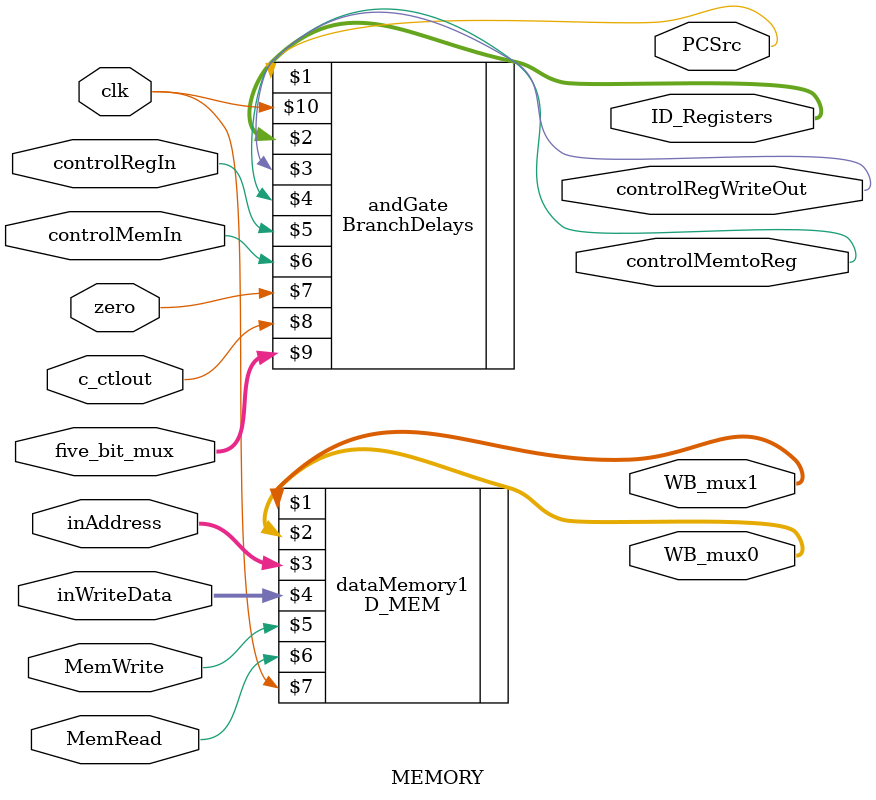
<source format=v>

module MEMORY(
output [31:0] WB_mux1,
output [31:0] WB_mux0,
output PCSrc,
output [4:0] ID_Registers,
output controlRegWriteOut,
output controlMemtoReg,
input controlRegIn,
input controlMemIn,
input [31:0] inAddress,
input [31:0] inWriteData,
input MemWrite,
input MemRead,
input zero,
input c_ctlout,
input [4:0] five_bit_mux,
input clk
);


//dMem
D_MEM dataMemory1(WB_mux1, WB_mux0, inAddress, inWriteData, MemWrite, MemRead, clk);

//branch and the delays needed
BranchDelays andGate(PCSrc, ID_Registers, controlRegWriteOut, controlMemtoReg, controlRegIn, controlMemIn, zero, c_ctlout, five_bit_mux, clk);




endmodule

</source>
